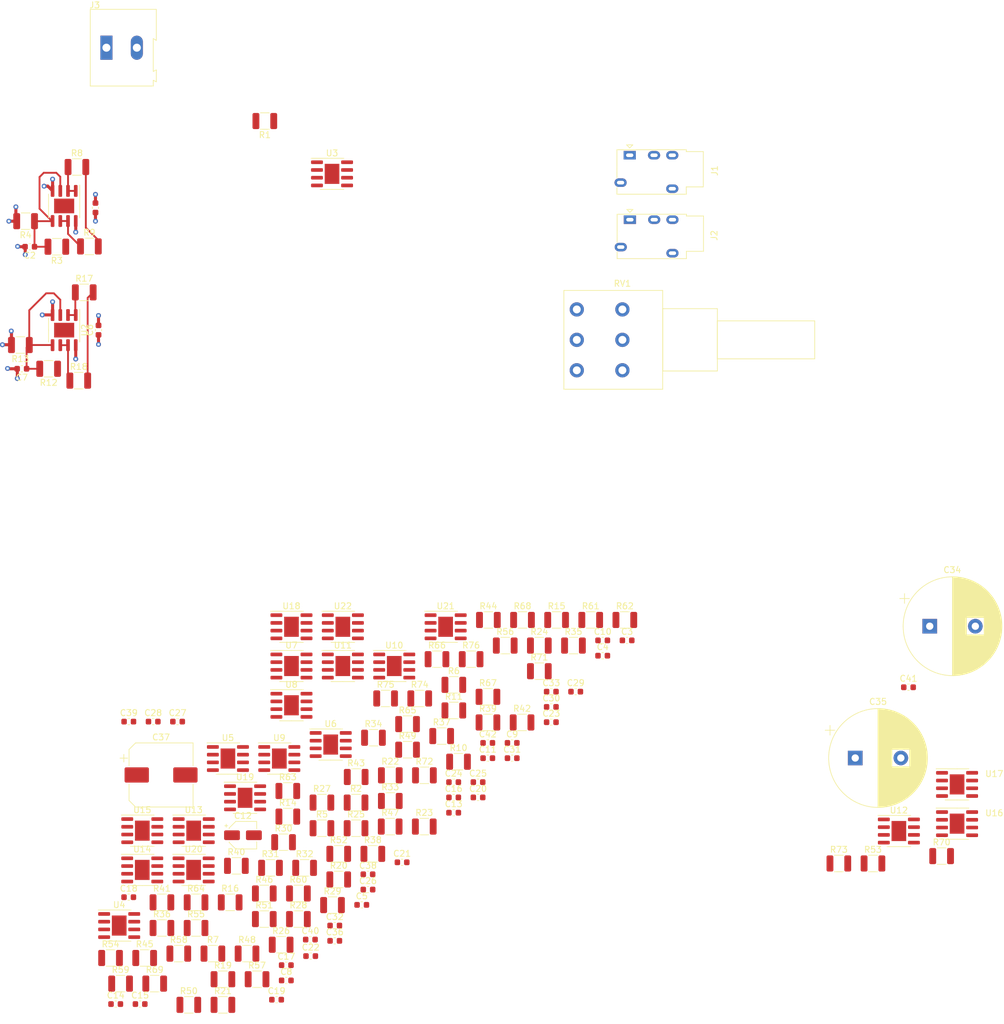
<source format=kicad_pcb>
(kicad_pcb (version 20211014) (generator pcbnew)
  (layers (0 "F.Cu" signal) (31 "B.Cu" power) (34 "B.Paste" user) (35 "F.Paste" user) (36 "B.SilkS" user "B.Silkscreen") (37 "F.SilkS" user "F.Silkscreen") (38 "B.Mask" user) (39 "F.Mask" user) (44 "Edge.Cuts" user))
  (net 0 "")
  (net 1 "+15V")
  (net 2 "GND")
  (net 3 "Net-(C2-Pad1)")
  (net 4 "Net-(C3-Pad1)")
  (net 5 "Net-(C4-Pad2)")
  (net 6 "Net-(C7-Pad1)")
  (net 7 "Net-(C8-Pad1)")
  (net 8 "Net-(C9-Pad2)")
  (net 9 "/IN_BUF_OUT_LEFT")
  (net 10 "Net-(C12-Pad2)")
  (net 11 "Net-(C14-Pad1)")
  (net 12 "Net-(C14-Pad2)")
  (net 13 "Net-(C15-Pad1)")
  (net 14 "Net-(C15-Pad2)")
  (net 15 "Net-(C16-Pad1)")
  (net 16 "Net-(C16-Pad2)")
  (net 17 "Net-(C17-Pad1)")
  (net 18 "/VAS_OUT_LEFT")
  (net 19 "Net-(C22-Pad2)")
  (net 20 "/VAS_OUT_RIGHT")
  (net 21 "Net-(C28-Pad2)")
  (net 22 "Net-(C34-Pad1)")
  (net 23 "/HP_OUT_LEFT")
  (net 24 "Net-(C35-Pad1)")
  (net 25 "/HP_OUT_RIGHT")
  (net 26 "/IN_BUF_OUT_RIGHT")
  (net 27 "Net-(C37-Pad2)")
  (net 28 "Net-(C39-Pad1)")
  (net 29 "Net-(C39-Pad2)")
  (net 30 "Net-(C40-Pad1)")
  (net 31 "Net-(C40-Pad2)")
  (net 32 "Net-(C41-Pad1)")
  (net 33 "Net-(C41-Pad2)")
  (net 34 "Net-(C42-Pad1)")
  (net 35 "/AUDIO_IN_LEFT")
  (net 36 "/VBIAS_LEFT")
  (net 37 "Net-(R6-Pad1)")
  (net 38 "Net-(R7-Pad1)")
  (net 39 "Net-(R8-Pad1)")
  (net 40 "Net-(R9-Pad1)")
  (net 41 "/AUDIO_IN__RIGHT")
  (net 42 "/VBIAS_RIGHT")
  (net 43 "Net-(R15-Pad1)")
  (net 44 "Net-(R16-Pad1)")
  (net 45 "Net-(R17-Pad1)")
  (net 46 "Net-(R18-Pad1)")
  (net 47 "Net-(R20-Pad1)")
  (net 48 "Net-(R22-Pad2)")
  (net 49 "Net-(R23-Pad2)")
  (net 50 "Net-(R26-Pad2)")
  (net 51 "Net-(R27-Pad1)")
  (net 52 "Net-(R32-Pad1)")
  (net 53 "/BUF_IN_LEFT")
  (net 54 "Net-(R33-Pad1)")
  (net 55 "Net-(R34-Pad1)")
  (net 56 "/BUF_OUT_LEFT")
  (net 57 "Net-(R35-Pad1)")
  (net 58 "Net-(R36-Pad1)")
  (net 59 "Net-(R37-Pad1)")
  (net 60 "Net-(R38-Pad1)")
  (net 61 "/BUF_OUT_RIGHT")
  (net 62 "Net-(R39-Pad1)")
  (net 63 "Net-(R40-Pad1)")
  (net 64 "Net-(R41-Pad1)")
  (net 65 "Net-(R43-Pad1)")
  (net 66 "Net-(R44-Pad1)")
  (net 67 "Net-(R45-Pad1)")
  (net 68 "Net-(R46-Pad1)")
  (net 69 "Net-(R47-Pad1)")
  (net 70 "Net-(R48-Pad1)")
  (net 71 "Net-(R49-Pad1)")
  (net 72 "Net-(R50-Pad1)")
  (net 73 "Net-(R51-Pad1)")
  (net 74 "/BUF_IN_RIGHT")
  (net 75 "Net-(R52-Pad1)")
  (net 76 "Net-(R57-Pad1)")
  (net 77 "Net-(R58-Pad1)")
  (net 78 "Net-(R59-Pad1)")
  (net 79 "Net-(R60-Pad1)")
  (net 80 "Net-(R61-Pad1)")
  (net 81 "Net-(R62-Pad1)")
  (net 82 "Net-(R63-Pad1)")
  (net 83 "Net-(R64-Pad1)")
  (net 84 "Net-(R66-Pad1)")
  (net 85 "Net-(R68-Pad2)")
  (net 86 "Net-(R69-Pad2)")
  (net 87 "Net-(R72-Pad2)")
  (net 88 "Net-(R73-Pad1)")
  (net 89 "/GND_PHONES")
  (net 90 "/MIC")
  (footprint "Capacitor_SMD:C_0603_1608Metric" (layer "F.Cu") (at 114.16 140)
    (fp_text reference "C33")
    (fp_text value "100nF")
  )
  (footprint "Package_SO:SOIC-8-1EP_3.9x4.9mm_P1.27mm_EP2.41x3.3mm" (layer "F.Cu") (at 46.89 169.29)
    (fp_text reference "U14")
    (fp_text value "NE5532")
  )
  (footprint "Capacitor_SMD:C_0603_1608Metric" (layer "F.Cu") (at 122.61 131.58)
    (fp_text reference "C10")
    (fp_text value "100nF")
  )
  (footprint "Resistor_SMD:R_1210_3225Metric" (layer "F.Cu") (at 79.2 166.65)
    (fp_text reference "R52")
    (fp_text value "10")
  )
  (footprint "Resistor_SMD:R_1210_3225Metric" (layer "F.Cu") (at 82.05 162.44)
    (fp_text reference "R25")
    (fp_text value "5k6")
  )
  (footprint "Capacitor_SMD:C_0603_1608Metric" (layer "F.Cu") (at 98.1 154.87)
    (fp_text reference "C24")
    (fp_text value "100nF")
  )
  (footprint "Resistor_SMD:R_1210_3225Metric" (layer "F.Cu") (at 66.96 177.37)
    (fp_text reference "R51")
    (fp_text value "10")
  )
  (footprint "Resistor_SMD:R_1210_3225Metric" (layer "F.Cu") (at 69.73 181.58)
    (fp_text reference "R26")
    (fp_text value "1k")
  )
  (footprint "Package_SO:SOIC-8-1EP_3.9x4.9mm_P1.27mm_EP2.41x3.3mm" (layer "F.Cu") (at 180.882755 155.24)
    (fp_text reference "U17")
    (fp_text value "NE5532")
  )
  (footprint "Package_SO:SOIC-8-1EP_3.9x4.9mm_P1.27mm_EP2.41x3.3mm" (layer "F.Cu") (at 79.88 135.79)
    (fp_text reference "U11")
    (fp_text value "NE5532")
  )
  (footprint "Capacitor_SMD:C_0603_1608Metric" (layer "F.Cu") (at 172.892755 139.28)
    (fp_text reference "C41")
    (fp_text value "100p")
  )
  (footprint "Resistor_SMD:R_1210_3225Metric" (layer "F.Cu") (at 103.81 128.22)
    (fp_text reference "R44")
    (fp_text value "1")
  )
  (footprint "Resistor_SMD:R_1210_3225Metric" (layer "F.Cu") (at 120.64 128.22)
    (fp_text reference "R61")
    (fp_text value "1")
  )
  (footprint "Resistor_SMD:R_1210_3225Metric" (layer "F.Cu") (at 90.52 145.33)
    (fp_text reference "R65")
    (fp_text value "47k")
  )
  (footprint "Package_SO:SOIC-8-1EP_3.9x4.9mm_P1.27mm_EP2.41x3.3mm" (layer "F.Cu") (at 96.78 129.34)
    (fp_text reference "U21")
    (fp_text value "NE5532")
  )
  (footprint "Capacitor_SMD:C_0603_1608Metric" (layer "F.Cu") (at 89.62 168.04)
    (fp_text reference "C21")
    (fp_text value "100nF")
  )
  (footprint "Package_SO:SOIC-8-1EP_3.9x4.9mm_P1.27mm_EP2.41x3.3mm" (layer "F.Cu") (at 60.98 150.99)
    (fp_text reference "U5")
    (fp_text value "NE5532")
  )
  (footprint "Resistor_SMD:R_1210_3225Metric" (layer "F.Cu") (at 79.2 170.86)
    (fp_text reference "R20")
    (fp_text value "1k")
  )
  (footprint "Resistor_SMD:R_1210_3225Metric" (layer "F.Cu") (at 93.29 153.75)
    (fp_text reference "R72")
    (fp_text value "1k")
  )
  (footprint "Capacitor_SMD:C_0603_1608Metric" (layer "F.Cu") (at 74.59 183.45)
    (fp_text reference "C22")
    (fp_text value "10u")
  )
  (footprint "Resistor_SMD:R_1210_3225Metric" (layer "F.Cu") (at 55.74 174.62)
    (fp_text reference "R64")
    (fp_text value "1")
  )
  (footprint "Capacitor_SMD:C_0603_1608Metric" (layer "F.Cu") (at 39.7 80.6 90)
    (fp_text reference "C6")
    (fp_text value "100nF")
  )
  (footprint "Capacitor_SMD:C_0603_1608Metric" (layer "F.Cu") (at 52.7 144.92)
    (fp_text reference "C27")
    (fp_text value "100nF")
  )
  (footprint "Resistor_SMD:R_1210_3225Metric" (layer "F.Cu") (at 70.13 164.74)
    (fp_text reference "R30")
    (fp_text value "3k3")
  )
  (footprint "Resistor_SMD:R_1210_3225Metric" (layer "F.Cu") (at 55.74 178.83)
    (fp_text reference "R55")
    (fp_text value "10k")
  )
  (footprint "Resistor_SMD:R_1210_3225Metric" (layer "F.Cu") (at 37.35 74.4)
    (fp_text reference "R17")
    (fp_text value "10")
  )
  (footprint "Package_SO:SOIC-8-1EP_3.9x4.9mm_P1.27mm_EP2.41x3.3mm" (layer "F.Cu") (at 71.43 142.24)
    (fp_text reference "U8")
    (fp_text value "NE5532")
  )
  (footprint "Resistor_SMD:R_1210_3225Metric" (layer "F.Cu") (at 50.13 174.62)
    (fp_text reference "R41")
    (fp_text value "1")
  )
  (footprint "Capacitor_SMD:C_0603_1608Metric" (layer "F.Cu") (at 107.72 148.42)
    (fp_text reference "C9")
    (fp_text value "4.7uF")
  )
  (footprint "Resistor_SMD:R_1210_3225Metric" (layer "F.Cu") (at 38.2 66.85)
    (fp_text reference "R9")
    (fp_text value "10")
  )
  (footprint "Resistor_SMD:R_1210_3225Metric" (layer "F.Cu") (at 178.342755 167.02)
    (fp_text reference "R70")
    (fp_text value "5k6")
  )
  (footprint "Resistor_SMD:R_1210_3225Metric" (layer "F.Cu") (at 112.19 136.64)
    (fp_text reference "R71")
    (fp_text value "5k6")
  )
  (footprint "Package_SO:SOIC-8-1EP_3.9x4.9mm_P1.27mm_EP2.41x3.3mm" (layer "F.Cu") (at 34.05 60.2 -90)
    (fp_text reference "U1")
    (fp_text value "NE5532")
  )
  (footprint "Resistor_SMD:R_1210_3225Metric" (layer "F.Cu") (at 82.05 158.23)
    (fp_text reference "R2")
    (fp_text value "22k")
  )
  (footprint "Capacitor_SMD:C_0603_1608Metric" (layer "F.Cu") (at 68.98 190.61)
    (fp_text reference "C19")
    (fp_text value "100nF")
  )
  (footprint "Capacitor_SMD:C_0603_1608Metric" (layer "F.Cu") (at 27.1 86.95 180)
    (fp_text reference "C7")
    (fp_text value "10uF")
  )
  (footprint "Capacitor_SMD:C_0603_1608Metric" (layer "F.Cu") (at 70.58 187.45)
    (fp_text reference "C8")
    (fp_text value "1nF")
  )
  (footprint "Resistor_SMD:R_1210_3225Metric" (layer "F.Cu") (at 54.55 191.46)
    (fp_text reference "R50")
    (fp_text value "1")
  )
  (footprint "Capacitor_SMD:C_0603_1608Metric" (layer "F.Cu") (at 114.16 142.51)
    (fp_text reference "C30")
    (fp_text value "100nF")
  )
  (footprint "Resistor_SMD:R_1210_3225Metric" (layer "F.Cu") (at 86.91 141.12)
    (fp_text reference "R75")
    (fp_text value "10")
  )
  (footprint "TerminalBlock:TerminalBlock_Altech_AK300-2_P5.00mm" (layer "F.Cu") (at 41 34.2)
    (fp_text reference "J3")
    (fp_text value "Conn_01x02")
  )
  (footprint "Resistor_SMD:R_1210_3225Metric" (layer "F.Cu") (at 70.83 156.32)
    (fp_text reference "R63")
    (fp_text value "1")
  )
  (footprint "Package_SO:SOIC-8-1EP_3.9x4.9mm_P1.27mm_EP2.41x3.3mm" (layer "F.Cu") (at 88.33 135.79)
    (fp_text reference "U10")
    (fp_text value "NE5532")
  )
  (footprint "Resistor_SMD:R_1210_3225Metric" (layer "F.Cu") (at 67.98 168.95)
    (fp_text reference "R31")
    (fp_text value "10k")
  )
  (footprint "Package_SO:SOIC-8-1EP_3.9x4.9mm_P1.27mm_EP2.41x3.3mm" (layer "F.Cu") (at 78.1 54.925)
    (fp_text reference "U3")
    (fp_text value "NE5532")
  )
  (footprint "Capacitor_SMD:C_0603_1608Metric" (layer "F.Cu") (at 74.54 180.73)
    (fp_text reference "C40")
    (fp_text value "100p")
  )
  (footprint "Capacitor_THT:CP_Radial_D16.0mm_P7.50mm" (layer "F.Cu") (at 164.137246 150.9)
    (fp_text reference "C35")
    (fp_text value "2200u")
  )
  (footprint "Resistor_SMD:R_1210_3225Metric" (layer "F.Cu") (at 65.77 187.25)
    (fp_text reference "R57")
    (fp_text value "1")
  )
  (footprint "Resistor_SMD:R_1210_3225Metric" (layer "F.Cu") (at 67.05 46.25 180)
    (fp_text reference "R1")
    (fp_text value "100")
  )
  (footprint "Resistor_SMD:R_1210_3225Metric" (layer "F.Cu") (at 66.96 173.16)
    (fp_text reference "R46")
    (fp_text value "1")
  )
  (footprint "Package_SO:SOIC-8-1EP_3.9x4.9mm_P1.27mm_EP2.41x3.3mm" (layer "F.Cu") (at 69.43 150.99)
    (fp_text reference "U9")
    (fp_text value "NE5532")
  )
  (footprint "Capacitor_THT:CP_Radial_D16.0mm_P7.50mm" (layer "F.Cu") (at 176.387246 129.25)
    (fp_text reference "C34")
    (fp_text value "2200u")
  )
  (footprint "Potentiometer_THT:Potentiometer_Piher_PC-16_Dual_Horizontal" (layer "F.Cu") (at 125.85 87.2)
    (fp_text reference "RV1")
    (fp_text value "20k")
  )
  (footprint "Capacitor_SMD:C_0603_1608Metric" (layer "F.Cu") (at 98.1 159.89)
    (fp_text reference "C13")
    (fp_text value "100nF")
  )
  (footprint "Resistor_SMD:R_1210_3225Metric" (layer "F.Cu") (at 52.9 183.04)
    (fp_text reference "R58")
    (fp_text value "1")
  )
  (footprint "Capacitor_SMD:C_0603_1608Metric" (layer "F.Cu") (at 48.69 144.92)
    (fp_text reference "C28")
    (fp_text value "10u")
  )
  (footprint "Package_SO:SOIC-8-1EP_3.9x4.9mm_P1.27mm_EP2.41x3.3mm" (layer "F.Cu") (at 79.88 129.34)
    (fp_text reference "U22")
    (fp_text value "NE5532")
  )
  (footprint "Resistor_SMD:R_1210_3225Metric" (layer "F.Cu") (at 87.66 162.17)
    (fp_text reference "R47")
    (fp_text value "1")
  )
  (footprint "Capacitor_SMD:C_0603_1608Metric" (layer "F.Cu") (at 107.72 150.93)
    (fp_text reference "C31")
    (fp_text value "100nF")
  )
  (footprint "Resistor_SMD:R_1210_3225Metric" (layer "F.Cu") (at 167.052755 168.23)
    (fp_text reference "R53")
    (fp_text value "10")
  )
  (footprint "Resistor_SMD:R_1210_3225Metric" (layer "F.Cu") (at 82.07 154.02)
    (fp_text reference "R43")
    (fp_text value "1")
  )
  (footprint "Capacitor_SMD:CP_Elec_10x10" (layer "F.Cu") (at 49.985 153.69)
    (fp_text reference "C37")
    (fp_text value "220uF")
  )
  (footprint "Capacitor_SMD:C_0603_1608Metric" (layer "F.Cu") (at 46.54 191.33)
    (fp_text reference "C15")
    (fp_text value "100p")
  )
  (footprint "Resistor_SMD:R_1210_3225Metric" (layer "F.Cu") (at 78.18 175.07)
    (fp_text reference "R29")
    (fp_text value "10")
  )
  (footprint "Package_SO:SOIC-8-1EP_3.9x4.9mm_P1.27mm_EP2.41x3.3mm" (layer "F.Cu") (at 55.35 162.84)
    (fp_text reference "U13")
    (fp_text value "NE5532")
  )
  (footprint "Package_SO:SOIC-8-1EP_3.9x4.9mm_P1.27mm_EP2.41x3.3mm" (layer "F.Cu") (at 43.1 178.43)
    (fp_text reference "U4")
    (fp_text value "NE5532")
  )
  (footprint "Capacitor_SMD:C_0603_1608Metric" (layer "F.Cu") (at 78.55 178.43)
    (fp_text reference "C32")
    (fp_text value "100nF")
  )
  (footprint "Resistor_SMD:R_1210_3225Metric" (layer "F.Cu") (at 103.74 145.06)
    (fp_text reference "R39")
    (fp_text value "1")
  )
  (footprint "Resistor_SMD:R_1210_3225Metric" (layer "F.Cu") (at 72.57 173.16)
    (fp_text reference "R60")
    (fp_text value "1")
  )
  (footprint "Resistor_SMD:R_1210_3225Metric" (layer "F.Cu") (at 117.8 132.43)
    (fp_text reference "R35")
    (fp_text value "1")
  )
  (footprint "Capacitor_SMD:C_0603_1608Metric" (layer "F.Cu") (at 102.11 157.38)
    (fp_text reference "C20")
    (fp_text value "100nF")
  )
  (footprint "Capacitor_SMD:C_0603_1608Metric" (layer "F.Cu") (at 44.67 173.77)
    (fp_text reference "C18")
    (fp_text value "100nF")
  )
  (footprint "Resistor_SMD:R_1210_3225Metric" (layer "F.Cu") (at 98.9 151.51)
    (fp_text reference "R10")
    (fp_text value "100")
  )
  (footprint "Connector_Audio:Jack_3.5mm_PJ320E_Horizontal" (layer "F.Cu") (at 127.05 51.8675 -90)
    (fp_text reference "J1")
    (fp_text value "AudioJack4")
  )
  (footprint "Resistor_SMD:R_1210_3225Metric" (layer "F.Cu") (at 36.15 53.8)
    (fp_text reference "R8")
    (fp_text value "10")
  )
  (footprint "Resistor_SMD:R_1210_3225Metric" (layer "F.Cu") (at 36.45 88.9)
    (fp_text reference "R18")
    (fp_text value "10")
  )
  (footprint "Capacitor_SMD:C_0603_1608Metric" (layer "F.Cu") (at 28.4 66.9 180)
    (fp_text reference "C2")
    (fp_text value "10uF")
  )
  (footprint "Package_SO:SOIC-8-1EP_3.9x4.9mm_P1.27mm_EP2.41x3.3mm" (layer "F.Cu") (at 180.882755 161.69)
    (fp_text reference "U16")
    (fp_text value "NE5532")
  )
  (footprint "Capacitor_SMD:C_0603_1608Metric" (layer "F.Cu") (at 126.62 131.58)
    (fp_text reference "C3")
    (fp_text value "1nF")
  )
  (footprint "Package_SO:SOIC-8-1EP_3.9x4.9mm_P1.27mm_EP2.41x3.3mm" (layer "F.Cu") (at 71.43 135.79)
    (fp_text reference "U7")
    (fp_text value "NE5532")
  )
  (footprint "Resistor_SMD:R_1210_3225Metric" (layer "F.Cu") (at 98.13 143.09)
    (fp_text reference "R11")
    (fp_text value "22k")
  )
  (footprint "Resistor_SMD:R_1210_3225Metric" (layer "F.Cu") (at 48.94 187.97)
    (fp_text reference "R69")
    (fp_text value "1k")
  )
  (footprint "Capacitor_SMD:C_0603_1608Metric" (layer "F.Cu") (at 103.71 148.42)
    (fp_text reference "C42")
    (fp_text value "470p")
  )
  (footprint "Resistor_SMD:R_1210_3225Metric" (layer "F.Cu") (at 126.25 128.22)
    (fp_text reference "R62")
    (fp_text value "1")
  )
  (footprint "Package_SO:SOIC-8-1EP_3.9x4.9mm_P1.27mm_EP2.41x3.3mm" (layer "F.Cu") (at 171.312755 162.9)
    (fp_text reference "U12")
    (fp_text value "NE5532")
  )
  (footprint "Capacitor_SMD:C_0603_1608Metric" (layer "F.Cu") (at 70.58 184.94)
    (fp_text reference "C17")
    (fp_text value "470p")
  )
  (footprint "Resistor_SMD:R_1210_3225Metric" (layer "F.Cu") (at 87.68 157.96)
    (fp_text reference "R33")
    (fp_text value "10")
  )
  (footprint "Resistor_SMD:R_1210_3225Metric" (layer "F.Cu") (at 96.13 147.3)
    (fp_text reference "R37")
    (fp_text value "1")
  )
  (footprint "Resistor_SMD:R_1210_3225Metric" (layer "F.Cu") (at 43.33 187.97)
    (fp_text reference "R59")
    (fp_text value "1")
  )
  (footprint "Resistor_SMD:R_1210_3225Metric" (layer "F.Cu") (at 60.16 191.46)
    (fp_text reference "R21")
    (fp_text value "1k")
  )
  (footprint "Resistor_SMD:R_1210_3225Metric" (layer "F.Cu") (at 103.74 140.85)
    (fp_text reference "R67")
    (fp_text value "1k")
  )
  (footprint "Capacitor_SMD:C_0603_1608Metric" (layer "F.Cu") (at 122.61 134.09)
    (fp_text reference "C4")
    (fp_text value "4.7uF")
  )
  (footprint "Resistor_SMD:R_1210_3225Metric" (layer "F.Cu") (at 112.19 132.43)
    (fp_text reference "R24")
    (fp_text value "5k6")
  )
  (footprint "Resistor_SMD:R_1210_3225Metric" (layer "F.Cu") (at 47.29 183.76)
    (fp_text reference "R45")
    (fp_text value "1")
  )
  (footprint "Resistor_SMD:R_1210_3225Metric" (layer "F.Cu") (at 93.27 162.17)
    (fp_text reference "R23")
    (fp_text value "1k")
  )
  (footprint "Resistor_SMD:R_1210_3225Metric" (layer "F.Cu") (at 32.85 66.9 180)
    (fp_text reference "R3")
    (fp_text value "2.2k")
  )
  (footprint "Resistor_SMD:R_1210_3225Metric" (layer "F.Cu") (at 106.58 132.43)
    (fp_text reference "R56")
    (fp_text value "10k")
  )
  (footprint "Capacitor_SMD:C_0603_1608Metric" (layer "F.Cu") (at 118.17 140)
    (fp_text reference "C29")
    (fp_text value "100nF")
  )
  (footprint "Capacitor_SMD:C_0603_1608Metric" (layer "F.Cu") (at 103.71 150.93)
    (fp_text reference "C11")
    (fp_text value "100nF")
  )
  (footprint "Capacitor_SMD:C_0603_1608Metric" (layer "F.Cu") (at 114.16 145.02)
    (fp_text reference "C23")
    (fp_text value "100nF")
  )
  (footprint "Resistor_SMD:R_1210_3225Metric" (layer "F.Cu") (at 61.35 174.62)
    (fp_text reference "R16")
    (fp_text value "10")
  )
  (footprint "Package_SO:SOIC-8-1EP_3.9x4.9mm_P1.27mm_EP2.41x3.3mm" (layer "F.Cu") (at 63.8 157.44)
    (fp_text reference "U19")
    (fp_text value "NE5532")
  )
  (footprint "Resistor_SMD:R_1210_3225Metric" (layer "F.Cu") (at 115.03 128.22)
    (fp_text reference "R15")
    (fp_text value "10")
  )
  (footprint "Capacitor_SMD:C_0603_1608Metric" (layer "F.Cu") (at 78.55 180.94)
    (fp_text reference "C36")
    (fp_text value "100nF")
  )
  (footprint "Capacitor_SMD:C_0603_1608Metric" (layer "F.Cu") (at 84.01 170.01)
    (fp_text reference "C38")
    (fp_text value "100nF")
  )
  (footprint "Resistor_SMD:R_1210_3225Metric" (layer "F.Cu") (at 90.52 149.54)
    (fp_text reference "R49")
    (fp_text value "1")
  )
  (footprint "Resistor_SMD:R_1210_3225Metric" (layer "F.Cu") (at 72.57 177.37)
    (fp_text reference "R28")
    (fp_text value "10")
  )
  (footprint "Capacitor_SMD:C_0603_1608Metric" (layer "F.Cu") (at 82.99 175.03)
    (fp_text reference "C5")
    (fp_text value "100nF")
  )
  (footprint "Resistor_SMD:R_1210_3225Metric" (layer "F.Cu") (at 58.51 183.04)
    (fp_text reference "R7")
    (fp_text value "10")
  )
  (footprint "Resistor_SMD:R_1210_3225Metric" (layer "F.Cu") (at 87.68 153.75)
    (fp_text reference "R22")
    (fp_text value "1k")
  )
  (footprint "Resistor_SMD:R_1210_3225Metric" (layer "F.Cu") (at 84.81 166.65)
    (fp_text reference "R38")
    (fp_text value "1")
  )
  (footprint "Resistor_SMD:R_1210_3225Metric" (layer "F.Cu") (at 95.36 134.67)
    (fp_text reference "R66")
    (fp_text value "1k")
  )
  (footprint "Resistor_SMD:R_1210_3225Metric" (layer "F.Cu") (at 60.16 187.25)
    (fp_text reference "R19")
    (fp_text value "47k")
  )
  (footprint "Resistor_SMD:R_1210_3225Metric" (layer "F.Cu") (at 76.44 162.44)
    (fp_text reference "R5")
    (fp_text value "22k")
  )
  (footprint "Resistor_SMD:R_1210_3225Metric" (layer "F.Cu") (at 76.44 158.23)
    (fp_text reference "R27")
    (fp_text value "313")
  )
  (footprint "Capacitor_SMD:CP_Elec_4x5.4" (layer "F.Cu") (at 63.45 163.59)
    (fp_text reference "C12")
    (fp_text value "220uF")
  )
  (footprint "Package_SO:SOIC-8-1EP_3.9x4.9mm_P1.27mm_EP2.41x3.3mm" (layer "F.Cu") (at 46.9 162.84)
    (fp_text reference "U15")
    (fp_text value "NE5532")
  )
  (footprint "Capacitor_SMD:C_0603_1608Metric" (layer "F.Cu") (at 44.68 144.92)
    (fp_text reference "C39")
    (fp_text value "10u")
  )
  (footprint "Resistor_SMD:R_1210_3225Metric" (layer "F.Cu") (at 84.91 147.57)
    (fp_text reference "R34")
    (fp_text value "1")
  )
  (footprint "Resistor_SMD:R_1210_3225Metric" (layer "F.Cu") (at 109.42 128.22)
    (fp_text reference "R68")
    (fp_text value "1k")
  )
  (footprint "Resistor_SMD:R_1210_3225Metric" (layer "F.Cu") (at 64.12 183.04)
    (fp_text reference "R48")
    (fp_text value "1")
  )
  (footprint "Resistor_SMD:R_1210_3225Metric" (layer "F.Cu") (at 161.442755 168.23)
    (fp_text reference "R73")
    (fp_text value "313")
  )
  (footprint "Resistor_SMD:R_1210_3225Metric" (layer "F.Cu") (at 70.83 160.53)
    (fp_text reference "R14")
    (fp_text value "22k")
  )
  (footprint "Capacitor_SMD:C_0603_1608Metric" (layer "F.Cu") (at 84.01 172.52)
    (fp_text reference "C26")
    (fp_text value "100nF")
  )
  (footprint "Resistor_SMD:R_1210_3225Metric" (layer "F.Cu") (at 62.37 168.62)
    (fp_text reference "R40")
    (fp_text value "1")
  )
  (footprint "Resistor_SMD:R_1210_3225Metric" (layer "F.Cu") (at 73.59 168.95)
    (fp_text reference "R32")
    (fp_text value "10")
  )
  (footprint "Package_SO:SOIC-8-1EP_3.9x4.9mm_P1.27mm_EP2.41x3.3mm" (layer "F.Cu") (at 34.05 80.6 -90)
    (fp_text reference "U2")
    (fp_text value "NE5532")
  )
  (footprint "Capacitor_SMD:C_0603_1608Metric" (layer "F.Cu") (at 39.2 60.5 90)
    (fp_text reference "C1")
    (fp_text value "100nF")
  )
  (footprint "Resistor_SMD:R_1210_3225Metric" (layer "F.Cu") (at 50.13 178.83)
    (fp_text reference "R36")
    (fp_text value "1")
  )
  (footprint "Resistor_SMD:R_1210_3225Metric" (layer "F.Cu") (at 98.13 138.88)
    (fp_text reference "R6")
    (fp_text value "10")
  )
  (footprint "Resistor_SMD:R_1210_3225Metric" (layer "F.Cu") (at 100.97 134.67)
    (fp_text reference "R76")
    (fp_text value "3k3")
  )
  (footprint "Connector_Audio:Jack_3.5mm_PJ320E_Horizontal" (layer "F.Cu") (at 127.08 62.4575 -90)
    (fp_text reference "J2")
    (fp_text value "AudioJack4")
  )
  (footprint "Capacitor_SMD:C_0603_1608Metric" (layer "F.Cu") (at 42.53 191.33)
    (fp_text reference "C14")
    (fp_text value "10u")
  )
  (footprint "Capacitor_SMD:C_0603_1608Metric" (layer "F.Cu") (at 102.11 154.87)
    (fp_text reference "C25")
    (fp_text value "100nF")
  )
  (footprint "Capacitor_SMD:C_0603_1608Metric" (layer "F.Cu") (at 98.1 157.38)
    (fp_text reference "C16")
    (fp_text value "100p")
  )
  (footprint "Resistor_SMD:R_1210_3225Metric" (layer "F.Cu") (at 109.35 145.06)
    (fp_text reference "R42")
    (fp_text value "10k")
  )
  (footprint "Resistor_SMD:R_1210_3225Metric" (layer "F.Cu") (at 26.85 83.05 180)
    (fp_text reference "R13")
    (fp_text value "2.2k")
  )
  (footprint "Resistor_SMD:R_1210_3225Metric" (layer "F.Cu") (at 92.52 141.12)
    (fp_text reference "R74")
    (fp_text value "10")
  )
  (footprint "Resistor_SMD:R_1210_3225Metric" (layer "F.Cu") (at 31.5 86.95 180)
    (fp_text reference "R12")
    (fp_text value "2.2k")
  )
  (footprint "Package_SO:SOIC-8-1EP_3.9x4.9mm_P1.27mm_EP2.41x3.3mm" (layer "F.Cu") (at 55.34 169.29)
    (fp_text reference "U20")
    (fp_text value "NE5532")
  )
  (footprint "Resistor_SMD:R_1210_3225Metric" (layer "F.Cu") (at 41.68 183.76)
    (fp_text reference "R54")
    (fp_text value "10")
  )
  (footprint "Package_SO:SOIC-8-1EP_3.9x4.9mm_P1.27mm_EP2.41x3.3mm" (layer "F.Cu") (at 77.88 148.69)
    (fp_text reference "U6")
    (fp_text value "NE5532")
  )
  (footprint "Resistor_SMD:R_1210_3225Metric" (layer "F.Cu") (at 27.7125 62.7 180)
    (fp_text reference "R4")
    (fp_text value "2.2k")
  )
  (footprint "Package_SO:SOIC-8-1EP_3.9x4.9mm_P1.27mm_EP2.41x3.3mm" (layer "F.Cu") (at 71.43 129.34)
    (fp_text reference "U18")
    (fp_text value "NE5532")
  )
  (segment (start 35.955 62.675) (end 35.955 64.495) (width 0.5) (layer "F.Cu") (net 1))
  (segment (start 39.2 62.7) (end 39.2 61.275) (width 0.5) (layer "F.Cu") (net 1))
  (segment (start 35.955 83.075) (end 35.955 85.345) (width 0.5) (layer "F.Cu") (net 1))
  (segment (start 39.7 81.375) (end 39.7 82.95) (width 0.5) (layer "F.Cu") (net 1))
  (segment (start 35.955 64.495) (end 35.95 64.5) (width 0.5) (layer "F.Cu") (net 1))
  (segment (start 35.955 85.345) (end 35.95 85.35) (width 0.5) (layer "F.Cu") (net 1))
  (via (at 39.7 82.95) (size 0.8) (drill 0.4) (layers "F.Cu" "B.Cu") (net 1))
  (via (at 35.95 64.5) (size 0.8) (drill 0.4) (layers "F.Cu" "B.Cu") (net 1))
  (via (at 39.2 62.7) (size 0.8) (drill 0.4) (layers "F.Cu" "B.Cu") (net 1))
  (via (at 35.95 85.35) (size 0.8) (drill 0.4) (layers "F.Cu" "B.Cu") (net 1))
  (segment (start 39.2 58.3) (end 39.2 59.725) (width 0.5) (layer "F.Cu") (net 2))
  (segment (start 24.8 86.95) (end 24.75 86.9) (width 0.5) (layer "F.Cu") (net 2))
  (segment (start 31.37 56.95) (end 32.145 57.725) (width 0.5) (layer "F.Cu") (net 2))
  (segment (start 25.3875 83.05) (end 25.3875 80.7875) (width 0.5) (layer "F.Cu") (net 2))
  (segment (start 32.15 78.12) (end 32.145 78.125) (width 0.5) (layer "F.Cu") (net 2))
  (segment (start 25.3875 80.7875) (end 25.35 80.75) (width 0.5) (layer "F.Cu") (net 2))
  (segment (start 30.45 78.1) (end 32.12 78.1) (width 0.5) (layer "F.Cu") (net 2))
  (segment (start 32.15 57.72) (end 32.145 57.725) (width 0.5) (layer "F.Cu") (net 2))
  (segment (start 26.35 88.55) (end 26.35 86.975) (width 0.5) (layer "F.Cu") (net 2))
  (segment (start 26.1125 62.5625) (end 26.25 62.7) (width 0.5) (layer "F.Cu") (net 2))
  (segment (start 32.15 55.8) (end 32.15 57.72) (width 0.5) (layer "F.Cu") (net 2))
  (segment (start 32.15 75.95) (end 32.15 78.12) (width 0.5) (layer "F.Cu") (net 2))
  (segment (start 23.9 83) (end 25.3375 83) (width 0.5) (layer "F.Cu") (net 2))
  (segment (start 27.625 66.9) (end 26.45 66.9) (width 0.5) (layer "F.Cu") (net 2))
  (segment (start 26.25 62.7) (end 24.9625 62.7) (width 0.5) (layer "F.Cu") (net 2))
  (segment (start 26.45 66.9) (end 26.4 66.85) (width 0.5) (layer "F.Cu") (net 2))
  (segment (start 27.65 66.925) (end 27.625 66.9) (width 0.5) (layer "F.Cu") (net 2))
  (segment (start 26.1125 60.35) (end 26.1125 62.5625) (width 0.5) (layer "F.Cu") (net 2))
  (segment (start 39.7 78.2) (end 39.7 79.825) (width 0.5) (layer "F.Cu") (net 2))
  (segment (start 25.3375 83) (end 25.3875 83.05) (width 0.5) (layer "F.Cu") (net 2))
  (segment (start 30.75 56.95) (end 31.37 56.95) (width 0.5) (layer "F.Cu") (net 2))
  (segment (start 27.65 68.2) (end 27.65 66.925) (width 0.5) (layer "F.Cu") (net 2))
  (segment (start 26.325 86.95) (end 24.8 86.95) (width 0.5) (layer "F.Cu") (net 2))
  (segment (start 32.12 78.1) (end 32.145 78.125) (width 0.5) (layer "F.Cu") (net 2))
  (segment (start 26.35 86.975) (end 26.325 86.95) (width 0.5) (layer "F.Cu") (net 2))
  (via (at 24.75 86.9) (size 0.8) (drill 0.4) (layers "F.Cu" "B.Cu") (net 2))
  (via (at 24.9625 62.7) (size 0.8) (drill 0.4) (layers "F.Cu" "B.Cu") (net 2))
  (via (at 32.15 75.95) (size 0.8) (drill 0.4) (layers "F.Cu" "B.Cu") (net 2))
  (via (at 26.35 88.55) (size 0.8) (drill 0.4) (layers "F.Cu" "B.Cu") (net 2))
  (via (at 23.9 83) (size 0.8) (drill 0.4) (layers "F.Cu" "B.Cu") (net 2))
  (via (at 27.65 68.2) (size 0.8) (drill 0.4) (layers "F.Cu" "B.Cu") (net 2))
  (via (at 26.4 66.85) (size 0.8) (drill 0.4) (layers "F.Cu" "B.Cu") (net 2))
  (via (at 26.1125 60.35) (size 0.8) (drill 0.4) (layers "F.Cu" "B.Cu") (net 2))
  (via (at 39.2 58.3) (size 0.8) (drill 0.4) (layers "F.Cu" "B.Cu") (net 2))
  (via (at 32.15 55.8) (size 0.8) (drill 0.4) (layers "F.Cu" "B.Cu") (net 2))
  (via (at 30.45 78.1) (size 0.8) (drill 0.4) (layers "F.Cu" "B.Cu") (net 2))
  (via (at 30.75 56.95) (size 0.8) (drill 0.4) (layers "F.Cu" "B.Cu") (net 2))
  (via (at 25.35 80.75) (size 0.8) (drill 0.4) (layers "F.Cu" "B.Cu") (net 2))
  (via (at 39.7 78.2) (size 0.8) (drill 0.4) (layers "F.Cu" "B.Cu") (net 2))
  (segment (start 33.415 57.725) (end 33.415 55.415) (width 0.3) (layer "F.Cu") (net 3))
  (segment (start 30.7 54.75) (end 30 55.45) (width 0.3) (layer "F.Cu") (net 3))
  (segment (start 30 60.65) (end 32.025 62.675) (width 0.3) (layer "F.Cu") (net 3))
  (segment (start 32.75 54.75) (end 30.7 54.75) (width 0.3) (layer "F.Cu") (net 3))
  (segment (start 30 55.45) (end 30 60.65) (width 0.3) (layer "F.Cu") (net 3))
  (segment (start 32.025 62.675) (end 32.145 62.675) (width 0.3) (layer "F.Cu") (net 3))
  (segment (start 32.12 62.7) (end 32.145 62.675) (width 0.3) (layer "F.Cu") (net 3))
  (segment (start 31.3875 66.9) (end 29.175 66.9) (width 0.3) (layer "F.Cu") (net 3))
  (segment (start 29.175 62.7) (end 32.12 62.7) (width 0.3) (layer "F.Cu") (net 3))
  (segment (start 29.175 62.7) (end 29.175 66.9) (width 0.3) (layer "F.Cu") (net 3))
  (segment (start 33.415 55.415) (end 32.75 54.75) (width 0.3) (layer "F.Cu") (net 3))
  (segment (start 28.3125 83.05) (end 32.12 83.05) (width 0.3) (layer "F.Cu") (net 6))
  (segment (start 33.415 78.125) (end 33.415 75.615) (width 0.3) (layer "F.Cu") (net 6))
  (segment (start 30.0375 86.95) (end 27.875 86.95) (width 0.3) (layer "F.Cu") (net 6))
  (segment (start 33.415 75.615) (end 32.35 74.55) (width 0.3) (layer "F.Cu") (net 6))
  (segment (start 28.3125 77.3375) (end 28.3125 83.05) (width 0.3) (layer "F.Cu") (net 6))
  (segment (start 27.875 83.4875) (end 28.3125 83.05) (width 0.3) (layer "F.Cu") (net 6))
  (segment (start 32.12 83.05) (end 32.145 83.075) (width 0.3) (layer "F.Cu") (net 6))
  (segment (start 31.1 74.55) (end 28.3125 77.3375) (width 0.3) (layer "F.Cu") (net 6))
  (segment (start 32.35 74.55) (end 31.1 74.55) (width 0.3) (layer "F.Cu") (net 6))
  (segment (start 27.875 86.95) (end 27.875 83.4875) (width 0.3) (layer "F.Cu") (net 6))
  (segment (start 37.6125 63.7625) (end 39.6625 65.8125) (width 0.3) (layer "F.Cu") (net 36))
  (segment (start 37.6125 53.8) (end 37.6125 63.7625) (width 0.3) (layer "F.Cu") (net 36))
  (segment (start 39.6625 65.8125) (end 39.6625 66.85) (width 0.3) (layer "F.Cu") (net 36))
  (segment (start 34.6875 53.8) (end 34.6875 57.7225) (width 0.3) (layer "F.Cu") (net 39))
  (segment (start 34.6875 57.7225) (end 34.685 57.725) (width 0.3) (layer "F.Cu") (net 39))
  (segment (start 35.955 57.725) (end 34.685 57.725) (width 0.3) (layer "F.Cu") (net 39))
  (segment (start 34.685 64.7975) (end 36.7375 66.85) (width 0.3) (layer "F.Cu") (net 40))
  (segment (start 33.415 62.675) (end 34.685 62.675) (width 0.3) (layer "F.Cu") (net 40))
  (segment (start 34.685 62.675) (end 34.685 64.7975) (width 0.3) (layer "F.Cu") (net 40))
  (segment (start 37.9125 88.9) (end 37.9125 75.3) (width 0.3) (layer "F.Cu") (net 42))
  (segment (start 37.9125 75.3) (end 38.8125 74.4) (width 0.3) (layer "F.Cu") (net 42))
  (segment (start 34.685 78.125) (end 35.955 78.125) (width 0.3) (layer "F.Cu") (net 45))
  (segment (start 35.8875 78.0575) (end 35.955 78.125) (width 0.3) (layer "F.Cu") (net 45))
  (segment (start 35.8875 74.4) (end 35.8875 78.0575) (width 0.3) (layer "F.Cu") (net 45))
  (segment (start 34.685 88.5975) (end 34.9875 88.9) (width 0.3) (layer "F.Cu") (net 46))
  (segment (start 33.415 83.075) (end 34.685 83.075) (width 0.3) (layer "F.Cu") (net 46))
  (segment (start 34.685 83.075) (end 34.685 88.5975) (width 0.3) (layer "F.Cu") (net 46))
)
</source>
